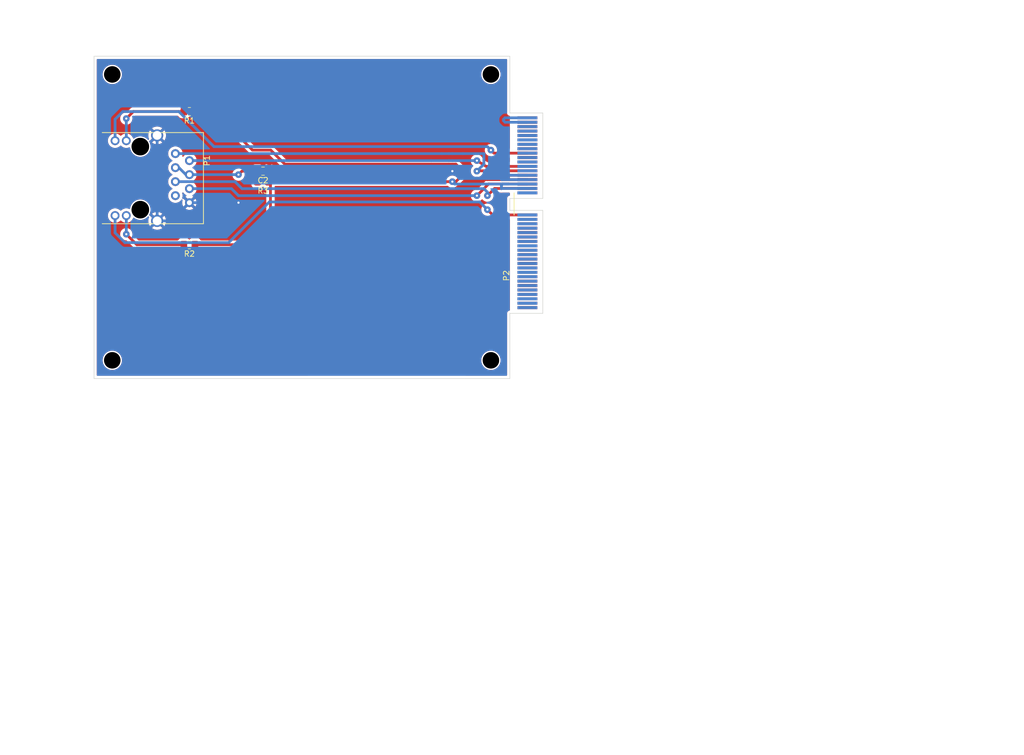
<source format=kicad_pcb>
(kicad_pcb (version 20221018) (generator pcbnew)
  (layers (0 "F.Cu" signal) (31 "B.Cu" signal) (34 "B.Paste" user) (35 "F.Paste" user) (36 "B.SilkS" user "B.Silkscreen") (37 "F.SilkS" user "F.Silkscreen") (38 "B.Mask" user) (39 "F.Mask" user) (44 "Edge.Cuts" user))
  (net 0 "")
  (net 1 "GND")
  (net 2 "Net-(C2-Pad2)")
  (net 3 "LED2")
  (net 4 "TX+")
  (net 5 "TX-")
  (net 6 "RX+")
  (net 7 "RX-")
  (net 8 "LED1")
  (net 10 "Net-(P1-D1)")
  (net 11 "Net-(P1-D3)")
  (net 57 "+3.3V")
  (net 78 "Net-(P2-Pin_78)")
  (footprint "Capacitor_SMD:C_0805_2012Metric_Pad1.18x1.45mm_HandSolder" (layer "F.Cu") (at 142.875 80.01 180)
    (fp_text reference "C2" (at 0 -1.68 180) (layer "F.SilkS"))
    (fp_text value "1n")
    (fp_line (start -0.261252 -0.735) (end 0.261252 -0.735) (stroke (width 0.12)) (layer "F.SilkS"))
    (fp_line (start -0.261252 0.735) (end 0.261252 0.735) (stroke (width 0.12)) (layer "F.SilkS"))
    (pad "1" smd roundrect (at -1.0375 0 180) (size 1.175 1.45) (layers "F.Cu" "F.Paste" "F.Mask") (roundrect_rratio 0.2127659574) (net 1 "GND"))
    (pad "2" smd roundrect (at 1.0375 0 180) (size 1.175 1.45) (layers "F.Cu" "F.Paste" "F.Mask") (roundrect_rratio 0.2127659574) (net 2 "Net-(C2-Pad2)"))
  )
  (footprint "DSOXLAN:cardedge_40x2" (layer "F.Cu") (at 190.754 104.75)
    (fp_text reference "P2" (at -3.8 -5.8 90) (layer "F.SilkS"))
    (fp_text value "CONN_02X40" hide)
    (fp_line (start -2.4 -16.8) (end -2.4 -20.8) (stroke (width 0.15)) (layer "F.SilkS"))
    (pad "1" connect rect (at 0 0) (size 3.6 0.55) (layers "F.Cu" "F.Mask"))
    (pad "2" connect rect (at 0 0) (size 3.6 0.55) (layers "B.Cu" "B.Mask"))
    (pad "3" connect rect (at 0 -0.8) (size 3.6 0.55) (layers "F.Cu" "F.Mask"))
    (pad "4" connect rect (at 0 -0.8) (size 3.6 0.55) (layers "B.Cu" "B.Mask"))
    (pad "5" connect rect (at 0 -1.6) (size 3.6 0.55) (layers "F.Cu" "F.Mask"))
    (pad "6" connect rect (at 0 -1.6) (size 3.6 0.55) (layers "B.Cu" "B.Mask"))
    (pad "7" connect rect (at 0 -2.4) (size 3.6 0.55) (layers "F.Cu" "F.Mask"))
    (pad "8" connect rect (at 0 -2.4) (size 3.6 0.55) (layers "B.Cu" "B.Mask"))
    (pad "9" connect rect (at 0 -3.2) (size 3.6 0.55) (layers "F.Cu" "F.Mask"))
    (pad "10" connect rect (at 0 -3.2) (size 3.6 0.55) (layers "B.Cu" "B.Mask"))
    (pad "11" connect rect (at 0 -4) (size 3.6 0.55) (layers "F.Cu" "F.Mask"))
    (pad "12" connect rect (at 0 -4) (size 3.6 0.55) (layers "B.Cu" "B.Mask"))
    (pad "13" connect rect (at 0 -4.8) (size 3.6 0.55) (layers "F.Cu" "F.Mask"))
    (pad "14" connect rect (at 0 -4.8) (size 3.6 0.55) (layers "B.Cu" "B.Mask"))
    (pad "15" connect rect (at 0 -5.6) (size 3.6 0.55) (layers "F.Cu" "F.Mask"))
    (pad "16" connect rect (at 0 -5.6) (size 3.6 0.55) (layers "B.Cu" "B.Mask"))
    (pad "17" connect rect (at 0 -6.4) (size 3.6 0.55) (layers "F.Cu" "F.Mask"))
    (pad "18" connect rect (at 0 -6.4) (size 3.6 0.55) (layers "B.Cu" "B.Mask"))
    (pad "19" connect rect (at 0 -7.2) (size 3.6 0.55) (layers "F.Cu" "F.Mask"))
    (pad "20" connect rect (at 0 -7.2) (size 3.6 0.55) (layers "B.Cu" "B.Mask"))
    (pad "21" connect rect (at 0 -8) (size 3.6 0.55) (layers "F.Cu" "F.Mask"))
    (pad "22" connect rect (at 0 -8) (size 3.6 0.55) (layers "B.Cu" "B.Mask"))
    (pad "23" connect rect (at 0 -8.8) (size 3.6 0.55) (layers "F.Cu" "F.Mask"))
    (pad "24" connect rect (at 0 -8.8) (size 3.6 0.55) (layers "B.Cu" "B.Mask"))
    (pad "25" connect rect (at 0 -9.6) (size 3.6 0.55) (layers "F.Cu" "F.Mask"))
    (pad "26" connect rect (at 0 -9.6) (size 3.6 0.55) (layers "B.Cu" "B.Mask"))
    (pad "27" connect rect (at 0 -10.4) (size 3.6 0.55) (layers "F.Cu" "F.Mask"))
    (pad "28" connect rect (at 0 -10.4) (size 3.6 0.55) (layers "B.Cu" "B.Mask"))
    (pad "29" connect rect (at 0 -11.2) (size 3.6 0.55) (layers "F.Cu" "F.Mask"))
    (pad "30" connect rect (at 0 -11.2) (size 3.6 0.55) (layers "B.Cu" "B.Mask"))
    (pad "31" connect rect (at 0 -12) (size 3.6 0.55) (layers "F.Cu" "F.Mask"))
    (pad "32" connect rect (at 0 -12) (size 3.6 0.55) (layers "B.Cu" "B.Mask"))
    (pad "33" connect rect (at 0 -12.8) (size 3.6 0.55) (layers "F.Cu" "F.Mask"))
    (pad "34" connect rect (at 0 -12.8) (size 3.6 0.55) (layers "B.Cu" "B.Mask"))
    (pad "35" connect rect (at 0 -13.6) (size 3.6 0.55) (layers "F.Cu" "F.Mask"))
    (pad "36" connect rect (at 0 -13.6) (size 3.6 0.55) (layers "B.Cu" "B.Mask"))
    (pad "37" connect rect (at 0 -14.4) (size 3.6 0.55) (layers "F.Cu" "F.Mask"))
    (pad "38" connect rect (at 0 -14.4) (size 3.6 0.55) (layers "B.Cu" "B.Mask"))
    (pad "39" connect rect (at 0 -15.2) (size 3.6 0.55) (layers "F.Cu" "F.Mask"))
    (pad "40" connect rect (at 0 -15.2) (size 3.6 0.55) (layers "B.Cu" "B.Mask"))
    (pad "41" connect rect (at 0 -16) (size 3.6 0.55) (layers "F.Cu" "F.Mask"))
    (pad "42" connect rect (at 0 -16) (size 3.6 0.55) (layers "B.Cu" "B.Mask"))
    (pad "43" connect rect (at 0 -16.8) (size 3.6 0.55) (layers "F.Cu" "F.Mask") (net 3 "LED2"))
    (pad "44" connect rect (at 0 -16.8) (size 3.6 0.55) (layers "B.Cu" "B.Mask"))
    (pad "45" connect rect (at 0 -20.8) (size 3.6 0.55) (layers "F.Cu" "F.Mask"))
    (pad "46" connect rect (at 0 -20.8) (size 3.6 0.55) (layers "B.Cu" "B.Mask"))
    (pad "47" connect rect (at 0 -21.6) (size 3.6 0.55) (layers "F.Cu" "F.Mask") (net 4 "TX+"))
    (pad "48" connect rect (at 0 -21.6) (size 3.6 0.55) (layers "B.Cu" "B.Mask") (net 57 "+3.3V"))
    (pad "49" connect rect (at 0 -22.4) (size 3.6 0.55) (layers "F.Cu" "F.Mask") (net 5 "TX-"))
    (pad "50" connect rect (at 0 -22.4) (size 3.6 0.55) (layers "B.Cu" "B.Mask") (net 57 "+3.3V"))
    (pad "51" connect rect (at 0 -23.2) (size 3.6 0.55) (layers "F.Cu" "F.Mask") (net 1 "GND"))
    (pad "52" connect rect (at 0 -23.2) (size 3.6 0.55) (layers "B.Cu" "B.Mask") (net 1 "GND"))
    (pad "53" connect rect (at 0 -24) (size 3.6 0.55) (layers "F.Cu" "F.Mask") (net 1 "GND"))
    (pad "54" connect rect (at 0 -24) (size 3.6 0.55) (layers "B.Cu" "B.Mask") (net 1 "GND"))
    (pad "55" connect rect (at 0 -24.8) (size 3.6 0.55) (layers "F.Cu" "F.Mask") (net 6 "RX+"))
    (pad "56" connect rect (at 0 -24.8) (size 3.6 0.55) (layers "B.Cu" "B.Mask"))
    (pad "57" connect rect (at 0 -25.6) (size 3.6 0.55) (layers "F.Cu" "F.Mask") (net 7 "RX-"))
    (pad "58" connect rect (at 0 -25.6) (size 3.6 0.55) (layers "B.Cu" "B.Mask"))
    (pad "59" connect rect (at 0 -26.4) (size 3.6 0.55) (layers "F.Cu" "F.Mask"))
    (pad "60" connect rect (at 0 -26.4) (size 3.6 0.55) (layers "B.Cu" "B.Mask"))
    (pad "61" connect rect (at 0 -27.2) (size 3.6 0.55) (layers "F.Cu" "F.Mask"))
    (pad "62" connect rect (at 0 -27.2) (size 3.6 0.55) (layers "B.Cu" "B.Mask"))
    (pad "63" connect rect (at 0 -28) (size 3.6 0.55) (layers "F.Cu" "F.Mask") (net 8 "LED1"))
    (pad "64" connect rect (at 0 -28) (size 3.6 0.55) (layers "B.Cu" "B.Mask"))
    (pad "65" connect rect (at 0 -28.8) (size 3.6 0.55) (layers "F.Cu" "F.Mask"))
    (pad "66" connect rect (at 0 -28.8) (size 3.6 0.55) (layers "B.Cu" "B.Mask"))
    (pad "67" connect rect (at 0 -29.6) (size 3.6 0.55) (layers "F.Cu" "F.Mask"))
    (pad "68" connect rect (at 0 -29.6) (size 3.6 0.55) (layers "B.Cu" "B.Mask"))
    (pad "69" connect rect (at 0 -30.4) (size 3.6 0.55) (layers "F.Cu" "F.Mask"))
    (pad "70" connect rect (at 0 -30.4) (size 3.6 0.55) (layers "B.Cu" "B.Mask"))
    (pad "71" connect rect (at 0 -31.2) (size 3.6 0.55) (layers "F.Cu" "F.Mask"))
    (pad "72" connect rect (at 0 -31.2) (size 3.6 0.55) (layers "B.Cu" "B.Mask"))
    (pad "73" connect rect (at 0 -32) (size 3.6 0.55) (layers "F.Cu" "F.Mask"))
    (pad "74" connect rect (at 0 -32) (size 3.6 0.55) (layers "B.Cu" "B.Mask"))
    (pad "75" connect rect (at 0 -32.8) (size 3.6 0.55) (layers "F.Cu" "F.Mask"))
    (pad "76" connect rect (at 0 -32.8) (size 3.6 0.55) (layers "B.Cu" "B.Mask"))
    (pad "77" connect rect (at 0 -33.6) (size 3.6 0.55) (layers "F.Cu" "F.Mask"))
    (pad "78" connect rect (at 0 -33.6) (size 3.6 0.55) (layers "B.Cu" "B.Mask") (net 78 "Net-(P2-Pin_78)"))
    (pad "79" connect rect (at 0 -34.4) (size 3.6 0.55) (layers "F.Cu" "F.Mask"))
    (pad "80" connect rect (at 0 -34.4) (size 3.6 0.55) (layers "B.Cu" "B.Mask") (net 78 "Net-(P2-Pin_78)"))
  )
  (footprint "Resistor_SMD:R_0805_2012Metric_Pad1.20x1.40mm_HandSolder" (layer "F.Cu") (at 129.54 69.215 180)
    (fp_text reference "R1" (at 0 -1.65 180) (layer "F.SilkS"))
    (fp_text value "220R")
    (fp_line (start -0.227064 -0.735) (end 0.227064 -0.735) (stroke (width 0.12)) (layer "F.SilkS"))
    (fp_line (start -0.227064 0.735) (end 0.227064 0.735) (stroke (width 0.12)) (layer "F.SilkS"))
    (pad "1" smd roundrect (at -1 0 180) (size 1.2 1.4) (layers "F.Cu" "F.Paste" "F.Mask") (roundrect_rratio 0.2083333333) (net 57 "+3.3V"))
    (pad "2" smd roundrect (at 1 0 180) (size 1.2 1.4) (layers "F.Cu" "F.Paste" "F.Mask") (roundrect_rratio 0.2083333333) (net 10 "Net-(P1-D1)"))
  )
  (footprint "Resistor_SMD:R_0805_2012Metric_Pad1.20x1.40mm_HandSolder" (layer "F.Cu") (at 129.54 93.345 180)
    (fp_text reference "R2" (at 0 -1.65 180) (layer "F.SilkS"))
    (fp_text value "220R")
    (fp_line (start -0.227064 -0.735) (end 0.227064 -0.735) (stroke (width 0.12)) (layer "F.SilkS"))
    (fp_line (start -0.227064 0.735) (end 0.227064 0.735) (stroke (width 0.12)) (layer "F.SilkS"))
    (pad "1" smd roundrect (at -1 0 180) (size 1.2 1.4) (layers "F.Cu" "F.Paste" "F.Mask") (roundrect_rratio 0.2083333333) (net 57 "+3.3V"))
    (pad "2" smd roundrect (at 1 0 180) (size 1.2 1.4) (layers "F.Cu" "F.Paste" "F.Mask") (roundrect_rratio 0.2083333333) (net 11 "Net-(P1-D3)"))
  )
  (footprint "Resistor_SMD:R_0805_2012Metric_Pad1.20x1.40mm_HandSolder" (layer "F.Cu") (at 142.875 81.915 180)
    (fp_text reference "R3" (at 0 -1.65 180) (layer "F.SilkS"))
    (fp_text value "10R")
    (fp_line (start -0.227064 -0.735) (end 0.227064 -0.735) (stroke (width 0.12)) (layer "F.SilkS"))
    (fp_line (start -0.227064 0.735) (end 0.227064 0.735) (stroke (width 0.12)) (layer "F.SilkS"))
    (pad "1" smd roundrect (at -1 0 180) (size 1.2 1.4) (layers "F.Cu" "F.Paste" "F.Mask") (roundrect_rratio 0.2083333333) (net 57 "+3.3V"))
    (pad "2" smd roundrect (at 1 0 180) (size 1.2 1.4) (layers "F.Cu" "F.Paste" "F.Mask") (roundrect_rratio 0.2083333333) (net 2 "Net-(C2-Pad2)"))
  )
  (footprint "DSOXLAN:ETH-MAGJACK" (layer "F.Cu") (at 120.65 81.28 -90)
    (fp_text reference "P1" (at -3.175 -12.065 90) (layer "F.SilkS"))
    (fp_text value "CNT-RJ45" hide)
    (fp_line (start -8.255 -11.43) (end -8.255 6.9) (stroke (width 0.15)) (layer "F.SilkS"))
    (fp_line (start 8.255 -11.43) (end -8.255 -11.43) (stroke (width 0.15)) (layer "F.SilkS"))
    (fp_line (start 8.255 6.9) (end 8.255 -11.43) (stroke (width 0.15)) (layer "F.SilkS"))
    (pad "" np_thru_hole circle (at -5.715 0 270) (size 3.2 3.2) (drill 3.2) (layers "*.Mask"))
    (pad "" np_thru_hole circle (at 5.715 0 270) (size 3.2 3.2) (drill 3.2) (layers "*.Mask"))
    (pad "1" thru_hole circle (at -4.445 -6.35 270) (size 1.6 1.6) (drill 0.9) (layers "*.Cu" "*.Mask") (net 6 "RX+"))
    (pad "2" thru_hole circle (at -3.175 -8.89 270) (size 1.6 1.6) (drill 0.9) (layers "*.Cu" "*.Mask") (net 7 "RX-"))
    (pad "3" thru_hole circle (at -1.905 -6.35 270) (size 1.6 1.6) (drill 0.9) (layers "*.Cu" "*.Mask") (net 2 "Net-(C2-Pad2)"))
    (pad "4" thru_hole circle (at -0.635 -8.89 270) (size 1.6 1.6) (drill 0.9) (layers "*.Cu" "*.Mask") (net 2 "Net-(C2-Pad2)"))
    (pad "5" thru_hole circle (at 0.635 -6.35 270) (size 1.6 1.6) (drill 0.9) (layers "*.Cu" "*.Mask") (net 4 "TX+"))
    (pad "6" thru_hole circle (at 1.905 -8.89 270) (size 1.6 1.6) (drill 0.9) (layers "*.Cu" "*.Mask") (net 5 "TX-"))
    (pad "7" thru_hole circle (at 3.175 -6.35 270) (size 1.6 1.6) (drill 0.9) (layers "*.Cu" "*.Mask"))
    (pad "8" thru_hole circle (at 4.445 -8.89 270) (size 1.6 1.6) (drill 0.9) (layers "*.Cu" "*.Mask") (net 1 "GND"))
    (pad "9" thru_hole circle (at -7.747 -3.048 270) (size 2.2 2.2) (drill 1.6) (layers "*.Cu" "*.Mask") (net 1 "GND"))
    (pad "10" thru_hole circle (at 7.747 -3.048 270) (size 2.2 2.2) (drill 1.6) (layers "*.Cu" "*.Mask") (net 1 "GND"))
    (pad "11" thru_hole circle (at -6.7818 2.54 270) (size 1.6 1.6) (drill 1) (layers "*.Cu" "*.Mask") (net 10 "Net-(P1-D1)"))
    (pad "12" thru_hole circle (at -6.7818 4.572 270) (size 1.6 1.6) (drill 1) (layers "*.Cu" "*.Mask") (net 8 "LED1"))
    (pad "13" thru_hole circle (at 6.7818 2.54 270) (size 1.6 1.6) (drill 1) (layers "*.Cu" "*.Mask") (net 11 "Net-(P1-D3)"))
    (pad "14" thru_hole circle (at 6.7818 4.572 270) (size 1.6 1.6) (drill 1) (layers "*.Cu" "*.Mask") (net 3 "LED2"))
  )
  (footprint "Symbols:Symbol_OSHW-Logo_CopperTop" (layer "F.Cu") (at 154.432 112.522)
    (fp_text reference "Symbol_OSHW-Logo_CopperTop" hide)
    (fp_text value "VAL**" hide)
    (fp_line (start -2.9591 3.40106) (end -2.93116 3.74904) (stroke (width 0.381)) (layer "F.Cu"))
    (fp_line (start -2.93116 3.74904) (end -2.7305 4.06908) (stroke (width 0.381)) (layer "F.Cu"))
    (fp_line (start -2.8702 2.91084) (end -2.9591 3.40106) (stroke (width 0.381)) (layer "F.Cu"))
    (fp_line (start -2.7305 4.06908) (end -2.47904 4.191) (stroke (width 0.381)) (layer "F.Cu"))
    (fp_line (start -2.6289 2.66954) (end -2.8702 2.91084) (stroke (width 0.381)) (layer "F.Cu"))
    (fp_line (start -2.4892 0.32004) (end -1.9304 0.5207) (stroke (width 0.381)) (layer "F.Cu"))
    (fp_line (start -2.47904 -0.381) (end -2.4892 0.32004) (stroke (width 0.381)) (layer "F.Cu"))
    (fp_line (start -2.47904 4.191) (end -2.16916 4.11988) (stroke (width 0.381)) (layer "F.Cu"))
    (fp_line (start -2.37998 2.64922) (end -2.6289 2.66954) (stroke (width 0.381)) (layer "F.Cu"))
    (fp_line (start -2.16916 4.11988) (end -1.95072 3.93954) (stroke (width 0.381)) (layer "F.Cu"))
    (fp_line (start -2.03962 1.49098) (end -1.50114 2.00914) (stroke (width 0.381)) (layer "F.Cu"))
    (fp_line (start -2.03962 2.78892) (end -2.4003 2.65938) (stroke (width 0.381)) (layer "F.Cu"))
    (fp_line (start -2.00914 -1.50114) (end -1.76022 -0.96012) (stroke (width 0.381)) (layer "F.Cu"))
    (fp_line (start -1.95072 3.93954) (end -1.8796 3.4798) (stroke (width 0.381)) (layer "F.Cu"))
    (fp_line (start -1.9304 -0.48006) (end -2.47904 -0.381) (stroke (width 0.381)) (layer "F.Cu"))
    (fp_line (start -1.9304 0.5207) (end -1.7907 0.91948) (stroke (width 0.381)) (layer "F.Cu"))
    (fp_line (start -1.9304 3.07086) (end -2.03962 2.78892) (stroke (width 0.381)) (layer "F.Cu"))
    (fp_line (start -1.8796 3.4798) (end -1.9304 3.07086) (stroke (width 0.381)) (layer "F.Cu"))
    (fp_line (start -1.78054 0.92964) (end -2.03962 1.49098) (stroke (width 0.381)) (layer "F.Cu"))
    (fp_line (start -1.76022 -0.96012) (end -1.9304 -0.48006) (stroke (width 0.381)) (layer "F.Cu"))
    (fp_line (start -1.50114 2.00914) (end -0.98044 1.7399) (stroke (width 0.381)) (layer "F.Cu"))
    (fp_line (start -1.49098 -2.02946) (end -2.00914 -1.50114) (stroke (width 0.381)) (layer "F.Cu"))
    (fp_line (start -1.29032 3.12928) (end -1.04902 3.37058) (stroke (width 0.381)) (layer "F.Cu"))
    (fp_line (start -1.25984 2.86004) (end -1.29032 3.12928) (stroke (width 0.381)) (layer "F.Cu"))
    (fp_line (start -1.04902 3.37058) (end -0.6604 3.50012) (stroke (width 0.381)) (layer "F.Cu"))
    (fp_line (start -1.02108 2.65938) (end -1.25984 2.86004) (stroke (width 0.381)) (layer "F.Cu"))
    (fp_line (start -1.00076 -0.09906) (end -0.94996 0.39878) (stroke (width 0.381)) (layer "F.Cu"))
    (fp_line (start -0.9906 4.20878) (end -1.34112 4.09956) (stroke (width 0.381)) (layer "F.Cu"))
    (fp_line (start -0.98044 1.7399) (end -0.70104 1.89992) (stroke (width 0.381)) (layer "F.Cu"))
    (fp_line (start -0.94996 0.39878) (end -0.70104 0.70104) (stroke (width 0.381)) (layer "F.Cu"))
    (fp_line (start -0.9398 -1.76022) (end -1.49098 -2.02946) (stroke (width 0.381)) (layer "F.Cu"))
    (fp_line (start -0.8509 -0.55118) (end -1.00076 -0.09906) (stroke (width 0.381)) (layer "F.Cu"))
    (fp_line (start -0.70104 0.70104) (end -0.35052 0.89916) (stroke (width 0.381)) (layer "F.Cu"))
    (fp_line (start -0.70104 2.66954) (end -1.02108 2.65938) (stroke (width 0.381)) (layer "F.Cu"))
    (fp_line (start -0.67056 4.18084) (end -0.9906 4.20878) (stroke (width 0.381)) (layer "F.Cu"))
    (fp_line (start -0.6604 3.50012) (end -0.48006 3.66014) (stroke (width 0.381)) (layer "F.Cu"))
    (fp_line (start -0.5207 -1.9304) (end -0.9398 -1.76022) (stroke (width 0.381)) (layer "F.Cu"))
    (fp_line (start -0.48006 3.66014) (end -0.43942 3.95986) (stroke (width 0.381)) (layer "F.Cu"))
    (fp_line (start -0.44958 -0.89916) (end -0.8509 -0.55118) (stroke (width 0.381)) (layer "F.Cu"))
    (fp_line (start -0.43942 3.95986) (end -0.67056 4.18084) (stroke (width 0.381)) (layer "F.Cu"))
    (fp_line (start -0.35052 0.89916) (end -0.70104 1.89992) (stroke (width 0.381)) (layer "F.Cu"))
    (fp_line (start -0.35052 2.75082) (end -0.70104 2.66954) (stroke (width 0.381)) (layer "F.Cu"))
    (fp_line (start -0.30988 -2.47904) (end -0.5207 -1.9304) (stroke (width 0.381)) (layer "F.Cu"))
    (fp_line (start -0.0508 -1.00076) (end -0.44958 -0.89916) (stroke (width 0.381)) (layer "F.Cu"))
    (fp_line (start 0.20066 2.64922) (end 0.20066 4.21894) (stroke (width 0.381)) (layer "F.Cu"))
    (fp_line (start 0.20066 4.21894) (end 0.21082 4.20878) (stroke (width 0.381)) (layer "F.Cu"))
    (fp_line (start 0.24892 3.38074) (end 1.03886 3.37058) (stroke (width 0.381)) (layer "F.Cu"))
    (fp_line (start 0.35052 0.89916) (end 0.65024 0.7493) (stroke (width 0.381)) (layer "F.Cu"))
    (fp_line (start 0.35052 0.89916) (end 0.7493 1.89992) (stroke (width 0.381)) (layer "F.Cu"))
    (fp_line (start 0.381 -2.46126) (end -0.30988 -2.47904) (stroke (width 0.381)) (layer "F.Cu"))
    (fp_line (start 0.39878 -0.94996) (end -0.0508 -1.00076) (stroke (width 0.381)) (layer "F.Cu"))
    (fp_line (start 0.55118 -1.92024) (end 0.381 -2.46126) (stroke (width 0.381)) (layer "F.Cu"))
    (fp_line (start 0.65024 0.7493) (end 0.8509 0.55118) (stroke (width 0.381)) (layer "F.Cu"))
    (fp_line (start 0.73914 1.8796) (end 1.06934 1.6891) (stroke (width 0.381)) (layer "F.Cu"))
    (fp_line (start 0.8509 -0.59944) (end 0.39878 -0.94996) (stroke (width 0.381)) (layer "F.Cu"))
    (fp_line (start 0.8509 0.55118) (end 1.00076 0.14986) (stroke (width 0.381)) (layer "F.Cu"))
    (fp_line (start 1.00076 -0.24892) (end 0.8509 -0.59944) (stroke (width 0.381)) (layer "F.Cu"))
    (fp_line (start 1.00076 0.14986) (end 1.00076 -0.24892) (stroke (width 0.381)) (layer "F.Cu"))
    (fp_line (start 1.02108 -1.71958) (end 0.55118 -1.92024) (stroke (width 0.381)) (layer "F.Cu"))
    (fp_line (start 1.03886 3.37058) (end 1.04902 3.38074) (stroke (width 0.381)) (layer "F.Cu"))
    (fp_line (start 1.04902 3.38074) (end 1.04902 3.37058) (stroke (width 0.381)) (layer "F.Cu"))
    (fp_line (start 1.06934 1.6891) (end 1.50876 2.0193) (stroke (width 0.381)) (layer "F.Cu"))
    (fp_line (start 1.08966 2.65938) (end 1.08966 4.20116) (stroke (width 0.381)) (layer "F.Cu"))
    (fp_line (start 1.50876 2.0193) (end 1.9812 1.52908) (stroke (width 0.381)) (layer "F.Cu"))
    (fp_line (start 1.53924 -1.9812) (end 1.02108 -1.71958) (stroke (width 0.381)) (layer "F.Cu"))
    (fp_line (start 1.66878 2.68986) (end 2.02946 4.16052) (stroke (width 0.381)) (layer "F.Cu"))
    (fp_line (start 1.69926 1.04902) (end 1.88976 0.57912) (stroke (width 0.381)) (layer "F.Cu"))
    (fp_line (start 1.7399 -1.00076) (end 2.00914 -1.47066) (stroke (width 0.381)) (layer "F.Cu"))
    (fp_line (start 1.88976 0.57912) (end 2.49936 0.39116) (stroke (width 0.381)) (layer "F.Cu"))
    (fp_line (start 1.94056 -0.42926) (end 1.7399 -1.00076) (stroke (width 0.381)) (layer "F.Cu"))
    (fp_line (start 1.9812 1.52908) (end 1.69926 1.04902) (stroke (width 0.381)) (layer "F.Cu"))
    (fp_line (start 2.00914 -1.47066) (end 1.53924 -1.9812) (stroke (width 0.381)) (layer "F.Cu"))
    (fp_line (start 2.02946 4.16052) (end 2.30886 3.0988) (stroke (width 0.381)) (layer "F.Cu"))
    (fp_line (start 2.30886 3.0988) (end 2.61874 4.17068) (stroke (width 0.381)) (layer "F.Cu"))
    (fp_line (start 2.49936 -0.28956) (end 1.94056 -0.42926) (stroke (width 0.381)) (layer "F.Cu"))
    (fp_line (start 2.49936 0.39116) (end 2.49936 -0.28956) (stroke (width 0.381)) (layer "F.Cu"))
    (fp_line (start 2.61874 4.17068) (end 2.9591 2.72034) (stroke (width 0.381)) (layer "F.Cu"))
  )
  (footprint "Mounting_Holes:MountingHole_3mm" (layer "F.Cu") (at 115.57 114.3)
    (fp_text reference "MountingHole_3mm" hide)
    (fp_text value "VAL**" hide)
    (pad "" np_thru_hole circle (at 0 0) (size 3 3) (drill 3) (layers "*.Mask"))
  )
  (footprint "Mounting_Holes:MountingHole_3mm" (layer "F.Cu") (at 115.57 62.484)
    (fp_text reference "MountingHole_3mm" hide)
    (fp_text value "VAL**" hide)
    (pad "" np_thru_hole circle (at 0 0) (size 3 3) (drill 3) (layers "*.Mask"))
  )
  (footprint "Mounting_Holes:MountingHole_3mm" (layer "F.Cu") (at 184.15 62.484)
    (fp_text reference "MountingHole_3mm" hide)
    (fp_text value "VAL**" hide)
    (pad "" np_thru_hole circle (at 0 0) (size 3 3) (drill 3) (layers "*.Mask"))
  )
  (footprint "Mounting_Holes:MountingHole_3mm" (layer "F.Cu") (at 184.15 114.3)
    (fp_text reference "MountingHole_3mm" hide)
    (fp_text value "VAL**" hide)
    (pad "" np_thru_hole circle (at 0 0) (size 2.999743 2.999743) (drill 3) (layers "*.Mask"))
  )
  (gr_line (start 193.548 69.469) (end 187.579 69.469) (stroke (width 0.1)) (layer "Edge.Cuts"))
  (gr_line (start 179.578 117.602) (end 187.579 117.602) (stroke (width 0.1)) (layer "Edge.Cuts"))
  (gr_line (start 187.579 105.791) (end 193.548 105.791) (stroke (width 0.1)) (layer "Edge.Cuts"))
  (gr_line (start 187.579 69.469) (end 187.579 59.182) (stroke (width 0.1)) (layer "Edge.Cuts"))
  (gr_line (start 193.548 84.963) (end 193.548 69.469) (stroke (width 0.1)) (layer "Edge.Cuts"))
  (gr_line (start 193.548 105.791) (end 193.548 87.122) (stroke (width 0.1)) (layer "Edge.Cuts"))
  (gr_line (start 187.579 117.602) (end 187.579 105.791) (stroke (width 0.1)) (layer "Edge.Cuts"))
  (gr_line (start 112.268 117.602) (end 179.578 117.602) (stroke (width 0.1)) (layer "Edge.Cuts"))
  (gr_line (start 187.579 59.182) (end 112.268 59.182) (stroke (width 0.1)) (layer "Edge.Cuts"))
  (gr_line (start 187.579 87.122) (end 187.579 84.963) (stroke (width 0.1)) (layer "Edge.Cuts"))
  (gr_line (start 193.548 87.122) (end 187.579 87.122) (stroke (width 0.1)) (layer "Edge.Cuts"))
  (gr_line (start 187.579 84.963) (end 193.548 84.963) (stroke (width 0.1)) (layer "Edge.Cuts"))
  (gr_line (start 112.268 59.182) (end 112.268 117.602) (stroke (width 0.1)) (layer "Edge.Cuts"))
  (gr_text "DIY DSOXLAN\nAW 2014-12-13" (at 168.91 113.792) (layer "F.Cu") (effects (font (size 1.5 1.5) (thickness 0.3))))
  (segment (start 138.43 85.725) (end 136.525 83.82) (width 0.5) (layer "F.Cu") (net 1))
  (segment (start 136.525 83.82) (end 136.525 80.01) (width 0.5) (layer "F.Cu") (net 1))
  (segment (start 136.525 80.01) (end 138.43 78.105) (width 0.5) (layer "F.Cu") (net 1))
  (segment (start 138.43 78.105) (end 144.145 78.105) (width 0.5) (layer "F.Cu") (net 1))
  (segment (start 144.145 78.105) (end 144.125 78.125) (width 0.5) (layer "F.Cu") (net 1))
  (segment (start 144.125 78.125) (end 144.125 80.01) (width 0.5) (layer "F.Cu") (net 1))
  (segment (start 183.404 81.55) (end 183.388 81.534) (width 0.5) (layer "F.Cu") (net 1))
  (segment (start 183.388 81.534) (end 183.388 81.212002) (width 0.5) (layer "F.Cu") (net 1))
  (segment (start 183.388 81.212002) (end 183.850002 80.75) (width 0.5) (layer "F.Cu") (net 1))
  (segment (start 183.850002 80.75) (end 190.754 80.75) (width 0.5) (layer "F.Cu") (net 1))
  (segment (start 190.754 81.55) (end 183.404 81.55) (width 0.5) (layer "F.Cu") (net 1))
  (segment (start 144.125 80.01) (end 177.165 80.01) (width 0.5) (layer "F.Cu") (net 1))
  (via (at 138.43 85.725) (size 1.2) (drill 0.4) (layers "F.Cu" "B.Cu") (net 1))
  (via (at 177.165 80.01) (size 1.2) (drill 0.4) (layers "F.Cu" "B.Cu") (net 1))
  (segment (start 186.100998 81.55) (end 186.055 81.504002) (width 0.5) (layer "B.Cu") (net 1))
  (segment (start 186.055 81.504002) (end 186.055 81.28) (width 0.5) (layer "B.Cu") (net 1))
  (segment (start 177.165 80.01) (end 178.435 81.28) (width 0.5) (layer "B.Cu") (net 1))
  (segment (start 178.435 81.28) (end 181.61 81.28) (width 0.5) (layer "B.Cu") (net 1))
  (segment (start 181.61 81.28) (end 182.245 81.28) (width 0.5) (layer "B.Cu") (net 1))
  (segment (start 182.245 81.28) (end 186.055 81.28) (width 0.5) (layer "B.Cu") (net 1))
  (segment (start 186.585 80.75) (end 186.055 81.28) (width 0.5) (layer "B.Cu") (net 1))
  (segment (start 126.238 89.027) (end 129.54 85.725) (width 0.5) (layer "B.Cu") (net 1))
  (segment (start 190.754 81.55) (end 186.100998 81.55) (width 0.5) (layer "B.Cu") (net 1))
  (segment (start 123.698 89.027) (end 126.238 89.027) (width 0.5) (layer "B.Cu") (net 1))
  (segment (start 190.754 80.75) (end 186.585 80.75) (width 0.5) (layer "B.Cu") (net 1))
  (segment (start 123.698 89.027) (end 123.698 73.533) (width 0.5) (layer "B.Cu") (net 1))
  (segment (start 129.54 85.725) (end 138.43 85.725) (width 0.5) (layer "B.Cu") (net 1))
  (segment (start 138.43 80.645) (end 139.065 80.01) (width 0.5) (layer "F.Cu") (net 2))
  (segment (start 139.065 80.01) (end 141.625 80.01) (width 0.5) (layer "F.Cu") (net 2))
  (segment (start 141.525 80.11) (end 141.625 80.01) (width 0.5) (layer "F.Cu") (net 2))
  (segment (start 141.525 81.915) (end 141.525 80.11) (width 0.5) (layer "F.Cu") (net 2))
  (via (at 138.43 80.645) (size 1.2) (drill 0.4) (layers "F.Cu" "B.Cu") (net 2))
  (segment (start 127.635 79.375) (end 128.905 80.645) (width 0.5) (layer "B.Cu") (net 2))
  (segment (start 128.905 80.645) (end 129.54 80.645) (width 0.5) (layer "B.Cu") (net 2))
  (segment (start 127 79.375) (end 127.635 79.375) (width 0.5) (layer "B.Cu") (net 2))
  (segment (start 129.54 80.645) (end 138.43 80.645) (width 0.5) (layer "B.Cu") (net 2))
  (segment (start 183.515 86.995) (end 184.47 87.95) (width 0.5) (layer "F.Cu") (net 3))
  (segment (start 184.47 87.95) (end 190.754 87.95) (width 0.5) (layer "F.Cu") (net 3))
  (via (at 183.515 86.995) (size 1.2) (drill 0.4) (layers "F.Cu" "B.Cu") (net 3))
  (segment (start 116.078 91.186) (end 117.856 92.964) (width 0.5) (layer "B.Cu") (net 3))
  (segment (start 117.856 92.964) (end 136.652 92.964) (width 0.5) (layer "B.Cu") (net 3))
  (segment (start 136.652 92.964) (end 144.018 85.598) (width 0.5) (layer "B.Cu") (net 3))
  (segment (start 144.018 85.598) (end 182.118 85.598) (width 0.5) (layer "B.Cu") (net 3))
  (segment (start 182.118 85.598) (end 183.515 86.995) (width 0.5) (layer "B.Cu") (net 3))
  (segment (start 116.078 88.0618) (end 116.078 91.186) (width 0.5) (layer "B.Cu") (net 3))
  (segment (start 183.515 84.455) (end 184.82 83.15) (width 0.5) (layer "F.Cu") (net 4))
  (segment (start 184.82 83.15) (end 190.754 83.15) (width 0.5) (layer "F.Cu") (net 4))
  (via (at 183.515 84.455) (size 1.2) (drill 0.4) (layers "F.Cu" "B.Cu") (net 4))
  (segment (start 137.795 81.915) (end 139.065 83.185) (width 0.5) (layer "B.Cu") (net 4))
  (segment (start 139.065 83.185) (end 182.88 83.185) (width 0.5) (layer "B.Cu") (net 4))
  (segment (start 182.88 83.185) (end 183.515 83.82) (width 0.5) (layer "B.Cu") (net 4))
  (segment (start 183.515 83.82) (end 183.515 84.455) (width 0.5) (layer "B.Cu") (net 4))
  (segment (start 127 81.915) (end 137.795 81.915) (width 0.5) (layer "B.Cu") (net 4))
  (segment (start 183.715 82.35) (end 181.61 84.455) (width 0.5) (layer "F.Cu") (net 5))
  (segment (start 190.754 82.35) (end 183.715 82.35) (width 0.5) (layer "F.Cu") (net 5))
  (via (at 181.61 84.455) (size 1.2) (drill 0.4) (layers "F.Cu" "B.Cu") (net 5))
  (segment (start 181.61 84.455) (end 138.43 84.455) (width 0.5) (layer "B.Cu") (net 5))
  (segment (start 138.43 84.455) (end 137.16 83.185) (width 0.5) (layer "B.Cu") (net 5))
  (segment (start 137.16 83.185) (end 129.54 83.185) (width 0.5) (layer "B.Cu") (net 5))
  (segment (start 181.61 80.01) (end 181.67 79.95) (width 0.5) (layer "F.Cu") (net 6))
  (segment (start 181.67 79.95) (end 190.754 79.95) (width 0.5) (layer "F.Cu") (net 6))
  (via (at 181.61 80.01) (size 1.2) (drill 0.4) (layers "F.Cu" "B.Cu") (net 6))
  (segment (start 176.53 76.835) (end 177.165 76.835) (width 0.5) (layer "B.Cu") (net 6))
  (segment (start 177.165 76.835) (end 179.07 76.835) (width 0.5) (layer "B.Cu") (net 6))
  (segment (start 179.07 76.835) (end 182.88 76.835) (width 0.5) (layer "B.Cu") (net 6))
  (segment (start 182.88 76.835) (end 182.88 78.74) (width 0.5) (layer "B.Cu") (net 6))
  (segment (start 182.88 78.74) (end 181.61 80.01) (width 0.5) (layer "B.Cu") (net 6))
  (segment (start 127 76.835) (end 175.26 76.835) (width 0.5) (layer "B.Cu") (net 6))
  (segment (start 175.26 76.835) (end 176.53 76.835) (width 0.5) (layer "B.Cu") (net 6))
  (segment (start 183.29 79.15) (end 181.61 78.105) (width 0.5) (layer "F.Cu") (net 7))
  (segment (start 190.754 79.15) (end 183.29 79.15) (width 0.5) (layer "F.Cu") (net 7))
  (via (at 181.61 78.105) (size 1.2) (drill 0.4) (layers "F.Cu" "B.Cu") (net 7))
  (segment (start 173.355 78.105) (end 129.54 78.105) (width 0.5) (layer "B.Cu") (net 7))
  (segment (start 176.53 78.105) (end 177.165 78.105) (width 0.5) (layer "B.Cu") (net 7))
  (segment (start 177.165 78.105) (end 181.61 78.105) (width 0.5) (layer "B.Cu") (net 7))
  (segment (start 173.355 78.105) (end 176.53 78.105) (width 0.5) (layer "B.Cu") (net 7))
  (segment (start 184.15 76.2) (end 184.7 76.75) (width 0.5) (layer "F.Cu") (net 8))
  (segment (start 184.7 76.75) (end 190.754 76.75) (width 0.5) (layer "F.Cu") (net 8))
  (via (at 184.15 76.2) (size 1.2) (drill 0.4) (layers "F.Cu" "B.Cu") (net 8))
  (segment (start 116.078 70.612) (end 117.475 69.215) (width 0.5) (layer "B.Cu") (net 8))
  (segment (start 117.475 69.215) (end 127.635 69.215) (width 0.5) (layer "B.Cu") (net 8))
  (segment (start 127.635 69.215) (end 133.985 75.565) (width 0.5) (layer "B.Cu") (net 8))
  (segment (start 133.985 75.565) (end 183.515 75.565) (width 0.5) (layer "B.Cu") (net 8))
  (segment (start 183.515 75.565) (end 184.15 76.2) (width 0.5) (layer "B.Cu") (net 8))
  (segment (start 116.078 74.4982) (end 116.078 70.612) (width 0.5) (layer "B.Cu") (net 8))
  (segment (start 119.38 69.215) (end 118.11 70.485) (width 0.5) (layer "F.Cu") (net 10))
  (segment (start 128.19 69.215) (end 119.38 69.215) (width 0.5) (layer "F.Cu") (net 10))
  (via (at 118.11 70.485) (size 1.2) (drill 0.4) (layers "F.Cu" "B.Cu") (net 10))
  (segment (start 118.11 70.485) (end 118.11 74.4982) (width 0.5) (layer "B.Cu") (net 10))
  (segment (start 120.015 93.345) (end 118.11 91.44) (width 0.5) (layer "F.Cu") (net 11))
  (segment (start 128.19 93.345) (end 120.015 93.345) (width 0.5) (layer "F.Cu") (net 11))
  (via (at 118.11 91.44) (size 1.2) (drill 0.4) (layers "F.Cu" "B.Cu") (net 11))
  (segment (start 118.11 91.44) (end 118.11 88.0618) (width 0.5) (layer "B.Cu") (net 11))
  (segment (start 139.7 93.345) (end 130.89 93.345) (width 0.5) (layer "F.Cu") (net 57))
  (segment (start 140.335 93.345) (end 144.225 89.455) (width 0.5) (layer "F.Cu") (net 57))
  (segment (start 177.165 81.915) (end 144.225 81.915) (width 0.5) (layer "F.Cu") (net 57))
  (segment (start 177.8 81.915) (end 179.07 80.645) (width 0.5) (layer "F.Cu") (net 57))
  (segment (start 179.07 80.645) (end 179.07 80.518) (width 0.5) (layer "F.Cu") (net 57))
  (segment (start 140.97 76.2) (end 133.985 69.215) (width 0.5) (layer "F.Cu") (net 57))
  (segment (start 133.985 69.215) (end 130.89 69.215) (width 0.5) (layer "F.Cu") (net 57))
  (segment (start 179.07 80.01) (end 177.8 78.74) (width 0.5) (layer "F.Cu") (net 57))
  (segment (start 177.8 78.74) (end 146.812 78.74) (width 0.5) (layer "F.Cu") (net 57))
  (segment (start 146.812 78.74) (end 144.272 76.2) (width 0.5) (layer "F.Cu") (net 57))
  (segment (start 144.272 76.2) (end 140.97 76.2) (width 0.5) (layer "F.Cu") (net 57))
  (segment (start 139.7 93.345) (end 140.335 93.345) (width 0.5) (layer "F.Cu") (net 57))
  (segment (start 144.225 81.915) (end 144.225 89.455) (width 0.5) (layer "F.Cu") (net 57))
  (segment (start 177.165 81.915) (end 177.8 81.915) (width 0.5) (layer "F.Cu") (net 57))
  (segment (start 179.07 80.518) (end 179.07 80.01) (width 0.5) (layer "F.Cu") (net 57))
  (via (at 177.165 81.915) (size 1.2) (drill 0.4) (layers "F.Cu" "B.Cu") (net 57))
  (segment (start 186.255 82.35) (end 186.055 82.55) (width 0.5) (layer "B.Cu") (net 57))
  (segment (start 186.055 82.55) (end 186.055 83.185) (width 0.5) (layer "B.Cu") (net 57))
  (segment (start 186.055 83.185) (end 186.09 83.15) (width 0.5) (layer "B.Cu") (net 57))
  (segment (start 186.09 83.15) (end 190.754 83.15) (width 0.5) (layer "B.Cu") (net 57))
  (segment (start 187.325 82.35) (end 186.255 82.35) (width 0.5) (layer "B.Cu") (net 57))
  (segment (start 177.6 82.35) (end 177.165 81.915) (width 0.5) (layer "B.Cu") (net 57))
  (segment (start 187.325 82.35) (end 177.6 82.35) (width 0.5) (layer "B.Cu") (net 57))
  (segment (start 190.754 82.35) (end 187.325 82.35) (width 0.5) (layer "B.Cu") (net 57))
  (segment (start 186.72 71.15) (end 186.436 70.866) (width 0.5) (layer "B.Cu") (net 78))
  (segment (start 186.436 70.866) (end 186.436 70.612) (width 0.5) (layer "B.Cu") (net 78))
  (segment (start 186.436 70.612) (end 186.698 70.35) (width 0.5) (layer "B.Cu") (net 78))
  (segment (start 186.698 70.35) (end 190.754 70.35) (width 0.5) (layer "B.Cu") (net 78))
  (segment (start 190.754 71.15) (end 186.72 71.15) (width 0.5) (layer "B.Cu") (net 78))
  (zone (net 1) (net_name "GND") (layer "F.Cu") (connect_pads (clearance 0.508)) (min_thickness 0.254) (fill yes (thermal_gap 0.508) (thermal_bridge_width 0.508))
    (polygon (pts (xy 112.268 117.602) (xy 187.579 117.602) (xy 187.579 59.182) (xy 112.268 59.182) (xy 112.268 59.436)))
  )
  (zone (net 1) (net_name "GND") (layer "B.Cu") (connect_pads (clearance 0.508)) (min_thickness 0.254) (fill yes (thermal_gap 0.508) (thermal_bridge_width 0.508))
    (polygon (pts (xy 112.268 117.602) (xy 187.579 117.602) (xy 187.579 59.182) (xy 112.268 59.182) (xy 112.268 59.563)))
  )
)
</source>
